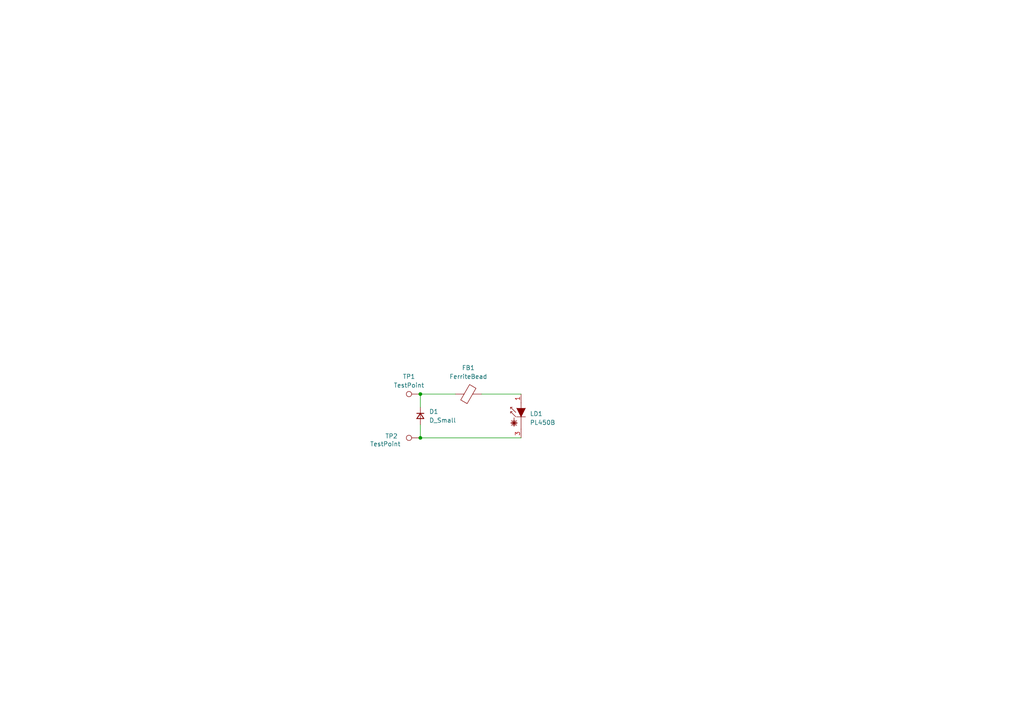
<source format=kicad_sch>
(kicad_sch
	(version 20231120)
	(generator "eeschema")
	(generator_version "8.0")
	(uuid "08b3d1a9-1627-471f-a392-fd1d4e3923e4")
	(paper "A4")
	(lib_symbols
		(symbol "Connector:TestPoint"
			(pin_numbers hide)
			(pin_names
				(offset 0.762) hide)
			(exclude_from_sim no)
			(in_bom yes)
			(on_board yes)
			(property "Reference" "TP"
				(at 0 6.858 0)
				(effects
					(font
						(size 1.27 1.27)
					)
				)
			)
			(property "Value" "TestPoint"
				(at 0 5.08 0)
				(effects
					(font
						(size 1.27 1.27)
					)
				)
			)
			(property "Footprint" ""
				(at 5.08 0 0)
				(effects
					(font
						(size 1.27 1.27)
					)
					(hide yes)
				)
			)
			(property "Datasheet" "~"
				(at 5.08 0 0)
				(effects
					(font
						(size 1.27 1.27)
					)
					(hide yes)
				)
			)
			(property "Description" "test point"
				(at 0 0 0)
				(effects
					(font
						(size 1.27 1.27)
					)
					(hide yes)
				)
			)
			(property "ki_keywords" "test point tp"
				(at 0 0 0)
				(effects
					(font
						(size 1.27 1.27)
					)
					(hide yes)
				)
			)
			(property "ki_fp_filters" "Pin* Test*"
				(at 0 0 0)
				(effects
					(font
						(size 1.27 1.27)
					)
					(hide yes)
				)
			)
			(symbol "TestPoint_0_1"
				(circle
					(center 0 3.302)
					(radius 0.762)
					(stroke
						(width 0)
						(type default)
					)
					(fill
						(type none)
					)
				)
			)
			(symbol "TestPoint_1_1"
				(pin passive line
					(at 0 0 90)
					(length 2.54)
					(name "1"
						(effects
							(font
								(size 1.27 1.27)
							)
						)
					)
					(number "1"
						(effects
							(font
								(size 1.27 1.27)
							)
						)
					)
				)
			)
		)
		(symbol "Device:D_Small"
			(pin_numbers hide)
			(pin_names
				(offset 0.254) hide)
			(exclude_from_sim no)
			(in_bom yes)
			(on_board yes)
			(property "Reference" "D"
				(at -1.27 2.032 0)
				(effects
					(font
						(size 1.27 1.27)
					)
					(justify left)
				)
			)
			(property "Value" "D_Small"
				(at -3.81 -2.032 0)
				(effects
					(font
						(size 1.27 1.27)
					)
					(justify left)
				)
			)
			(property "Footprint" ""
				(at 0 0 90)
				(effects
					(font
						(size 1.27 1.27)
					)
					(hide yes)
				)
			)
			(property "Datasheet" "~"
				(at 0 0 90)
				(effects
					(font
						(size 1.27 1.27)
					)
					(hide yes)
				)
			)
			(property "Description" "Diode, small symbol"
				(at 0 0 0)
				(effects
					(font
						(size 1.27 1.27)
					)
					(hide yes)
				)
			)
			(property "Sim.Device" "D"
				(at 0 0 0)
				(effects
					(font
						(size 1.27 1.27)
					)
					(hide yes)
				)
			)
			(property "Sim.Pins" "1=K 2=A"
				(at 0 0 0)
				(effects
					(font
						(size 1.27 1.27)
					)
					(hide yes)
				)
			)
			(property "ki_keywords" "diode"
				(at 0 0 0)
				(effects
					(font
						(size 1.27 1.27)
					)
					(hide yes)
				)
			)
			(property "ki_fp_filters" "TO-???* *_Diode_* *SingleDiode* D_*"
				(at 0 0 0)
				(effects
					(font
						(size 1.27 1.27)
					)
					(hide yes)
				)
			)
			(symbol "D_Small_0_1"
				(polyline
					(pts
						(xy -0.762 -1.016) (xy -0.762 1.016)
					)
					(stroke
						(width 0.254)
						(type default)
					)
					(fill
						(type none)
					)
				)
				(polyline
					(pts
						(xy -0.762 0) (xy 0.762 0)
					)
					(stroke
						(width 0)
						(type default)
					)
					(fill
						(type none)
					)
				)
				(polyline
					(pts
						(xy 0.762 -1.016) (xy -0.762 0) (xy 0.762 1.016) (xy 0.762 -1.016)
					)
					(stroke
						(width 0.254)
						(type default)
					)
					(fill
						(type none)
					)
				)
			)
			(symbol "D_Small_1_1"
				(pin passive line
					(at -2.54 0 0)
					(length 1.778)
					(name "K"
						(effects
							(font
								(size 1.27 1.27)
							)
						)
					)
					(number "1"
						(effects
							(font
								(size 1.27 1.27)
							)
						)
					)
				)
				(pin passive line
					(at 2.54 0 180)
					(length 1.778)
					(name "A"
						(effects
							(font
								(size 1.27 1.27)
							)
						)
					)
					(number "2"
						(effects
							(font
								(size 1.27 1.27)
							)
						)
					)
				)
			)
		)
		(symbol "Device:FerriteBead"
			(pin_numbers hide)
			(pin_names
				(offset 0)
			)
			(exclude_from_sim no)
			(in_bom yes)
			(on_board yes)
			(property "Reference" "FB"
				(at -3.81 0.635 90)
				(effects
					(font
						(size 1.27 1.27)
					)
				)
			)
			(property "Value" "FerriteBead"
				(at 3.81 0 90)
				(effects
					(font
						(size 1.27 1.27)
					)
				)
			)
			(property "Footprint" ""
				(at -1.778 0 90)
				(effects
					(font
						(size 1.27 1.27)
					)
					(hide yes)
				)
			)
			(property "Datasheet" "~"
				(at 0 0 0)
				(effects
					(font
						(size 1.27 1.27)
					)
					(hide yes)
				)
			)
			(property "Description" "Ferrite bead"
				(at 0 0 0)
				(effects
					(font
						(size 1.27 1.27)
					)
					(hide yes)
				)
			)
			(property "ki_keywords" "L ferrite bead inductor filter"
				(at 0 0 0)
				(effects
					(font
						(size 1.27 1.27)
					)
					(hide yes)
				)
			)
			(property "ki_fp_filters" "Inductor_* L_* *Ferrite*"
				(at 0 0 0)
				(effects
					(font
						(size 1.27 1.27)
					)
					(hide yes)
				)
			)
			(symbol "FerriteBead_0_1"
				(polyline
					(pts
						(xy 0 -1.27) (xy 0 -1.2192)
					)
					(stroke
						(width 0)
						(type default)
					)
					(fill
						(type none)
					)
				)
				(polyline
					(pts
						(xy 0 1.27) (xy 0 1.2954)
					)
					(stroke
						(width 0)
						(type default)
					)
					(fill
						(type none)
					)
				)
				(polyline
					(pts
						(xy -2.7686 0.4064) (xy -1.7018 2.2606) (xy 2.7686 -0.3048) (xy 1.6764 -2.159) (xy -2.7686 0.4064)
					)
					(stroke
						(width 0)
						(type default)
					)
					(fill
						(type none)
					)
				)
			)
			(symbol "FerriteBead_1_1"
				(pin passive line
					(at 0 3.81 270)
					(length 2.54)
					(name "~"
						(effects
							(font
								(size 1.27 1.27)
							)
						)
					)
					(number "1"
						(effects
							(font
								(size 1.27 1.27)
							)
						)
					)
				)
				(pin passive line
					(at 0 -3.81 90)
					(length 2.54)
					(name "~"
						(effects
							(font
								(size 1.27 1.27)
							)
						)
					)
					(number "2"
						(effects
							(font
								(size 1.27 1.27)
							)
						)
					)
				)
			)
		)
		(symbol "Diode_Laser:PL450B"
			(pin_names
				(offset 1.016) hide)
			(exclude_from_sim no)
			(in_bom yes)
			(on_board yes)
			(property "Reference" "LD"
				(at -1.27 4.445 0)
				(effects
					(font
						(size 1.27 1.27)
					)
				)
			)
			(property "Value" "PL450B"
				(at -1.27 -2.54 0)
				(effects
					(font
						(size 1.27 1.27)
					)
				)
			)
			(property "Footprint" "OptoDevice:LaserDiode_TO38ICut-3"
				(at 0 -4.445 0)
				(effects
					(font
						(size 1.27 1.27)
					)
					(hide yes)
				)
			)
			(property "Datasheet" "http://www.osram-os.com/Graphics/XPic5/00193831_0.pdf/PL%20450B.pdf"
				(at 0.762 -5.08 0)
				(effects
					(font
						(size 1.27 1.27)
					)
					(hide yes)
				)
			)
			(property "Description" "Blue Laser Diode (450nm), TO-38"
				(at 0 0 0)
				(effects
					(font
						(size 1.27 1.27)
					)
					(hide yes)
				)
			)
			(property "ki_keywords" "opto laserdiode"
				(at 0 0 0)
				(effects
					(font
						(size 1.27 1.27)
					)
					(hide yes)
				)
			)
			(property "ki_fp_filters" "LaserDiode*TO38ICut*"
				(at 0 0 0)
				(effects
					(font
						(size 1.27 1.27)
					)
					(hide yes)
				)
			)
			(symbol "PL450B_0_1"
				(polyline
					(pts
						(xy -4.064 1.27) (xy -2.54 2.794)
					)
					(stroke
						(width 0)
						(type default)
					)
					(fill
						(type none)
					)
				)
				(polyline
					(pts
						(xy -4.064 1.778) (xy -2.54 2.286)
					)
					(stroke
						(width 0)
						(type default)
					)
					(fill
						(type none)
					)
				)
				(polyline
					(pts
						(xy -4.064 2.286) (xy -2.54 1.778)
					)
					(stroke
						(width 0)
						(type default)
					)
					(fill
						(type none)
					)
				)
				(polyline
					(pts
						(xy -4.064 2.794) (xy -2.54 1.27)
					)
					(stroke
						(width 0)
						(type default)
					)
					(fill
						(type none)
					)
				)
				(polyline
					(pts
						(xy -3.556 2.794) (xy -3.048 1.27)
					)
					(stroke
						(width 0)
						(type default)
					)
					(fill
						(type none)
					)
				)
				(polyline
					(pts
						(xy -3.302 2.032) (xy -3.302 1.016)
					)
					(stroke
						(width 0)
						(type default)
					)
					(fill
						(type none)
					)
				)
				(polyline
					(pts
						(xy -3.302 2.032) (xy -3.302 3.048)
					)
					(stroke
						(width 0)
						(type default)
					)
					(fill
						(type none)
					)
				)
				(polyline
					(pts
						(xy -3.048 2.794) (xy -3.556 1.27)
					)
					(stroke
						(width 0)
						(type default)
					)
					(fill
						(type none)
					)
				)
				(polyline
					(pts
						(xy -1.778 2.032) (xy -4.318 2.032)
					)
					(stroke
						(width 0)
						(type default)
					)
					(fill
						(type none)
					)
				)
				(polyline
					(pts
						(xy -1.524 1.27) (xy -1.524 -1.27)
					)
					(stroke
						(width 0.1524)
						(type default)
					)
					(fill
						(type none)
					)
				)
				(polyline
					(pts
						(xy 1.27 3.048) (xy 0.762 3.048)
					)
					(stroke
						(width 0)
						(type default)
					)
					(fill
						(type none)
					)
				)
				(polyline
					(pts
						(xy 2.54 0) (xy -5.08 0)
					)
					(stroke
						(width 0)
						(type default)
					)
					(fill
						(type none)
					)
				)
				(polyline
					(pts
						(xy -0.254 1.524) (xy 1.27 3.048) (xy 1.27 2.54)
					)
					(stroke
						(width 0)
						(type default)
					)
					(fill
						(type none)
					)
				)
				(polyline
					(pts
						(xy 1.016 1.27) (xy -1.524 0) (xy 1.016 -1.27)
					)
					(stroke
						(width 0)
						(type default)
					)
					(fill
						(type outline)
					)
				)
				(polyline
					(pts
						(xy -1.524 1.524) (xy 0 3.048) (xy 0 2.54) (xy 0 3.048) (xy -0.508 3.048)
					)
					(stroke
						(width 0)
						(type default)
					)
					(fill
						(type none)
					)
				)
			)
			(symbol "PL450B_1_1"
				(pin passive line
					(at 5.08 0 180)
					(length 2.54)
					(name "A"
						(effects
							(font
								(size 1.27 1.27)
							)
						)
					)
					(number "1"
						(effects
							(font
								(size 1.27 1.27)
							)
						)
					)
				)
				(pin no_connect line
					(at -1.27 0 0)
					(length 2.54) hide
					(name "NC"
						(effects
							(font
								(size 1.27 1.27)
							)
						)
					)
					(number "2"
						(effects
							(font
								(size 1.27 1.27)
							)
						)
					)
				)
				(pin passive line
					(at -7.62 0 0)
					(length 2.54)
					(name "C"
						(effects
							(font
								(size 1.27 1.27)
							)
						)
					)
					(number "3"
						(effects
							(font
								(size 1.27 1.27)
							)
						)
					)
				)
			)
		)
	)
	(junction
		(at 121.92 114.3)
		(diameter 0)
		(color 0 0 0 0)
		(uuid "0b2d3761-75c2-47b3-98e8-170a9707cae2")
	)
	(junction
		(at 121.92 127)
		(diameter 0)
		(color 0 0 0 0)
		(uuid "0f0591e4-2d2f-430f-a36c-e39fb796c4d9")
	)
	(wire
		(pts
			(xy 121.92 127) (xy 121.92 123.19)
		)
		(stroke
			(width 0)
			(type default)
		)
		(uuid "1ab3ccab-339e-4912-aea2-f4b6cfcc4f19")
	)
	(wire
		(pts
			(xy 121.92 114.3) (xy 121.92 118.11)
		)
		(stroke
			(width 0)
			(type default)
		)
		(uuid "25dcb318-b730-4106-98da-a833ca1b6659")
	)
	(wire
		(pts
			(xy 121.92 127) (xy 151.13 127)
		)
		(stroke
			(width 0)
			(type default)
		)
		(uuid "51406f11-df62-42b4-84e0-5ff0363b048a")
	)
	(wire
		(pts
			(xy 121.92 114.3) (xy 132.08 114.3)
		)
		(stroke
			(width 0)
			(type default)
		)
		(uuid "a904fa6f-a823-4f57-9773-377903bb1cdf")
	)
	(wire
		(pts
			(xy 139.7 114.3) (xy 151.13 114.3)
		)
		(stroke
			(width 0)
			(type default)
		)
		(uuid "bdbeda28-e0eb-48fb-b5b3-404e0f6962a1")
	)
	(symbol
		(lib_id "Device:FerriteBead")
		(at 135.89 114.3 90)
		(unit 1)
		(exclude_from_sim no)
		(in_bom yes)
		(on_board yes)
		(dnp no)
		(fields_autoplaced yes)
		(uuid "18ba3188-794a-47be-a44c-97efb3f9da93")
		(property "Reference" "FB1"
			(at 135.8392 106.68 90)
			(effects
				(font
					(size 1.27 1.27)
				)
			)
		)
		(property "Value" "FerriteBead"
			(at 135.8392 109.22 90)
			(effects
				(font
					(size 1.27 1.27)
				)
			)
		)
		(property "Footprint" "Inductor_SMD:L_0603_1608Metric_Pad1.05x0.95mm_HandSolder"
			(at 135.89 116.078 90)
			(effects
				(font
					(size 1.27 1.27)
				)
				(hide yes)
			)
		)
		(property "Datasheet" "~"
			(at 135.89 114.3 0)
			(effects
				(font
					(size 1.27 1.27)
				)
				(hide yes)
			)
		)
		(property "Description" "Ferrite bead"
			(at 135.89 114.3 0)
			(effects
				(font
					(size 1.27 1.27)
				)
				(hide yes)
			)
		)
		(pin "2"
			(uuid "fb9ea491-2195-4131-aa61-6febb7a472e0")
		)
		(pin "1"
			(uuid "1c127aea-b984-4fb7-aa2e-788d8954371f")
		)
		(instances
			(project "LD mount"
				(path "/08b3d1a9-1627-471f-a392-fd1d4e3923e4"
					(reference "FB1")
					(unit 1)
				)
			)
		)
	)
	(symbol
		(lib_id "Connector:TestPoint")
		(at 121.92 114.3 90)
		(unit 1)
		(exclude_from_sim no)
		(in_bom yes)
		(on_board yes)
		(dnp no)
		(fields_autoplaced yes)
		(uuid "21eb2430-87cc-49eb-a42c-8bd51705a38a")
		(property "Reference" "TP1"
			(at 118.618 109.22 90)
			(effects
				(font
					(size 1.27 1.27)
				)
			)
		)
		(property "Value" "TestPoint"
			(at 118.618 111.76 90)
			(effects
				(font
					(size 1.27 1.27)
				)
			)
		)
		(property "Footprint" "TestPoint:TestPoint_Pad_D2.0mm"
			(at 121.92 109.22 0)
			(effects
				(font
					(size 1.27 1.27)
				)
				(hide yes)
			)
		)
		(property "Datasheet" "~"
			(at 121.92 109.22 0)
			(effects
				(font
					(size 1.27 1.27)
				)
				(hide yes)
			)
		)
		(property "Description" "test point"
			(at 121.92 114.3 0)
			(effects
				(font
					(size 1.27 1.27)
				)
				(hide yes)
			)
		)
		(pin "1"
			(uuid "095d3b27-de89-4cfe-85b1-04306f934f2d")
		)
		(instances
			(project "LD mount"
				(path "/08b3d1a9-1627-471f-a392-fd1d4e3923e4"
					(reference "TP1")
					(unit 1)
				)
			)
		)
	)
	(symbol
		(lib_id "Diode_Laser:PL450B")
		(at 151.13 119.38 90)
		(unit 1)
		(exclude_from_sim no)
		(in_bom yes)
		(on_board yes)
		(dnp no)
		(fields_autoplaced yes)
		(uuid "7acdadb0-db28-44e6-b293-2ad302ba1738")
		(property "Reference" "LD1"
			(at 153.67 120.015 90)
			(effects
				(font
					(size 1.27 1.27)
				)
				(justify right)
			)
		)
		(property "Value" "PL450B"
			(at 153.67 122.555 90)
			(effects
				(font
					(size 1.27 1.27)
				)
				(justify right)
			)
		)
		(property "Footprint" "OptoDevice:LaserDiode_TO38ICut-3"
			(at 155.575 119.38 0)
			(effects
				(font
					(size 1.27 1.27)
				)
				(hide yes)
			)
		)
		(property "Datasheet" "http://www.osram-os.com/Graphics/XPic5/00193831_0.pdf/PL%20450B.pdf"
			(at 156.21 118.618 0)
			(effects
				(font
					(size 1.27 1.27)
				)
				(hide yes)
			)
		)
		(property "Description" ""
			(at 151.13 119.38 0)
			(effects
				(font
					(size 1.27 1.27)
				)
				(hide yes)
			)
		)
		(pin "1"
			(uuid "598fdd28-660e-4b22-b6f9-ca40b0ec6d84")
		)
		(pin "2"
			(uuid "fe528953-bc73-4370-91ce-2de80c2d5284")
		)
		(pin "3"
			(uuid "5c47ad5b-80a9-414b-9839-7d86b6424c1f")
		)
		(instances
			(project "LD mount"
				(path "/08b3d1a9-1627-471f-a392-fd1d4e3923e4"
					(reference "LD1")
					(unit 1)
				)
			)
		)
	)
	(symbol
		(lib_id "Device:D_Small")
		(at 121.92 120.65 270)
		(unit 1)
		(exclude_from_sim no)
		(in_bom yes)
		(on_board yes)
		(dnp no)
		(fields_autoplaced yes)
		(uuid "bcc7d2b7-8fbc-4723-bec3-9e215f351eeb")
		(property "Reference" "D1"
			(at 124.46 119.3799 90)
			(effects
				(font
					(size 1.27 1.27)
				)
				(justify left)
			)
		)
		(property "Value" "D_Small"
			(at 124.46 121.9199 90)
			(effects
				(font
					(size 1.27 1.27)
				)
				(justify left)
			)
		)
		(property "Footprint" "Diode_SMD:D_SOD-123F"
			(at 121.92 120.65 90)
			(effects
				(font
					(size 1.27 1.27)
				)
				(hide yes)
			)
		)
		(property "Datasheet" "~"
			(at 121.92 120.65 90)
			(effects
				(font
					(size 1.27 1.27)
				)
				(hide yes)
			)
		)
		(property "Description" "Diode, small symbol"
			(at 121.92 120.65 0)
			(effects
				(font
					(size 1.27 1.27)
				)
				(hide yes)
			)
		)
		(property "Sim.Device" "D"
			(at 121.92 120.65 0)
			(effects
				(font
					(size 1.27 1.27)
				)
				(hide yes)
			)
		)
		(property "Sim.Pins" "1=K 2=A"
			(at 121.92 120.65 0)
			(effects
				(font
					(size 1.27 1.27)
				)
				(hide yes)
			)
		)
		(pin "1"
			(uuid "1a7bb07f-9b41-4ccc-ab47-3e28535a3306")
		)
		(pin "2"
			(uuid "cb959e5f-b3c8-4bed-8154-1dc369d63872")
		)
		(instances
			(project "LD mount"
				(path "/08b3d1a9-1627-471f-a392-fd1d4e3923e4"
					(reference "D1")
					(unit 1)
				)
			)
		)
	)
	(symbol
		(lib_id "Connector:TestPoint")
		(at 121.92 127 90)
		(unit 1)
		(exclude_from_sim no)
		(in_bom yes)
		(on_board yes)
		(dnp no)
		(uuid "c0976963-4642-4791-9a81-77edc65f5ee9")
		(property "Reference" "TP2"
			(at 113.538 126.492 90)
			(effects
				(font
					(size 1.27 1.27)
				)
			)
		)
		(property "Value" "TestPoint"
			(at 111.76 128.778 90)
			(effects
				(font
					(size 1.27 1.27)
				)
			)
		)
		(property "Footprint" "TestPoint:TestPoint_Pad_D2.0mm"
			(at 121.92 121.92 0)
			(effects
				(font
					(size 1.27 1.27)
				)
				(hide yes)
			)
		)
		(property "Datasheet" "~"
			(at 121.92 121.92 0)
			(effects
				(font
					(size 1.27 1.27)
				)
				(hide yes)
			)
		)
		(property "Description" "test point"
			(at 121.92 127 0)
			(effects
				(font
					(size 1.27 1.27)
				)
				(hide yes)
			)
		)
		(pin "1"
			(uuid "1f410a4e-0ea2-4808-8d9c-26b626200aef")
		)
		(instances
			(project "LD mount"
				(path "/08b3d1a9-1627-471f-a392-fd1d4e3923e4"
					(reference "TP2")
					(unit 1)
				)
			)
		)
	)
	(sheet_instances
		(path "/"
			(page "1")
		)
	)
)

</source>
